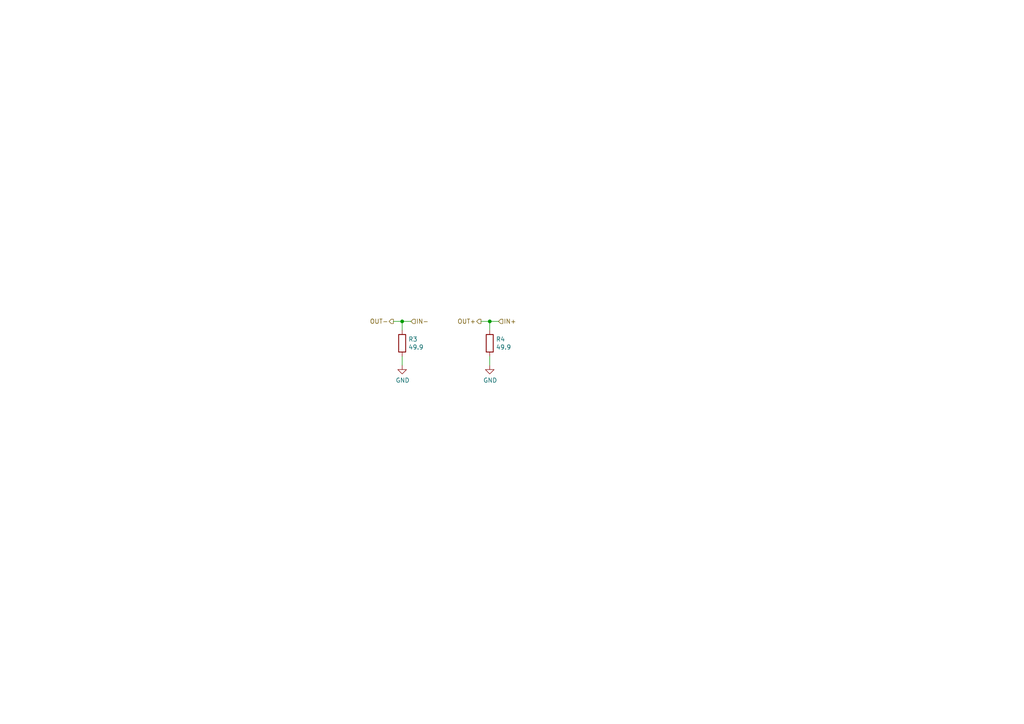
<source format=kicad_sch>
(kicad_sch (version 20250114) (generator "eeschema") (generator_version "9.0")
  (paper "A4")
  (lib_symbols
    (symbol "Device:R" (pin_numbers (hide yes)) (pin_names (offset 0))
      (property "Reference" "R" (at 2.032 0 90))
      (property "Value" "R" (at 0 0 90))
      (symbol "R_0_1"
        (rectangle (start -1.016 -2.54) (end 1.016 2.54) (stroke (width 0.254)))
      )
      (symbol "R_1_1"
        (pin passive line (at 0 3.81 270) (length 1.27) (name "~") (number "1"))
        (pin passive line (at 0 -3.81 90) (length 1.27) (name "~") (number "2"))
      )
    )
    (symbol "power:GND" (power) (pin_names (offset 0))
      (property "Value" "GND" (at 0 -3.81 0))
      (symbol "GND_0_1"
        (polyline (pts (xy 0 0) (xy 0 -1.27) (xy 1.27 -1.27) (xy 0 -2.54) (xy -1.27 -1.27) (xy 0 -1.27)))
      )
      (symbol "GND_1_1"
        (pin power_in line (at 0 0 270) (length 0) (hide yes) (name "GND") (number "1"))
      )
    )
  )
  (junction (at 142.0443 93.2172))
  (junction (at 116.6443 93.2172))
  (wire (pts (xy 142.0443 103.3772) (xy 142.0443 105.9172)))
  (wire (pts (xy 139.5043 93.2172) (xy 142.0443 93.2172)))
  (wire (pts (xy 116.6443 95.7572) (xy 116.6443 93.2172)))
  (wire (pts (xy 142.0443 95.7572) (xy 142.0443 93.2172)))
  (wire (pts (xy 114.1043 93.2172) (xy 116.6443 93.2172)))
  (wire (pts (xy 116.6443 103.3772) (xy 116.6443 105.9172)))
  (wire (pts (xy 116.6443 93.2172) (xy 119.1843 93.2172)))
  (wire (pts (xy 142.0443 93.2172) (xy 144.5843 93.2172)))
  (hierarchical_label "OUT-" (shape output) (at 114.1043 93.2172 180))
  (hierarchical_label "IN+" (shape input) (at 144.5843 93.2172 0))
  (hierarchical_label "OUT+" (shape output) (at 139.5043 93.2172 180))
  (hierarchical_label "IN-" (shape input) (at 119.1843 93.2172 0))
  (symbol (lib_id "Device:R") (at 116.6443 99.5672 0) (unit 1)
    (property "Reference" "R3" (at 118.4223 98.3988 0) (effects (justify left)))
    (property "Value" "49.9" (at 118.4223 100.7102 0) (effects (justify left)))
    (property "Footprint" "Resistor_SMD:R_0603_1608Metric" (effects (hide yes)))
    (instances (project "PCIexpress_x2_low" (path "" (reference "R3") (unit 1)) (path "" (reference "R1") (unit 1))))
  )
  (symbol (lib_id "Device:R") (at 142.0443 99.5672 0) (unit 1)
    (property "Reference" "R4" (at 143.8223 98.3988 0) (effects (justify left)))
    (property "Value" "49.9" (at 143.8223 100.7102 0) (effects (justify left)))
    (property "Footprint" "Resistor_SMD:R_0603_1608Metric" (effects (hide yes)))
    (instances (project "PCIexpress_x2_low" (path "" (reference "R4") (unit 1)) (path "" (reference "R2") (unit 1))))
  )
  (symbol (lib_id "power:GND") (at 116.6443 105.9172 0) (unit 1)
    (property "Reference" "#PWR0122" (effects (hide yes)))
    (property "Value" "GND" (at 116.7713 110.3114 0))
    (instances (project "PCIexpress_x2_low" (path "" (reference "#PWR0122") (unit 1)) (path "" (reference "#PWR0123") (unit 1))))
  )
  (symbol (lib_id "power:GND") (at 142.0443 105.9172 0) (unit 1)
    (property "Reference" "#PWR0130" (effects (hide yes)))
    (property "Value" "GND" (at 142.1713 110.3114 0))
    (instances (project "PCIexpress_x2_low" (path "" (reference "#PWR0130") (unit 1)) (path "" (reference "#PWR0131") (unit 1))))
  )
)
</source>
